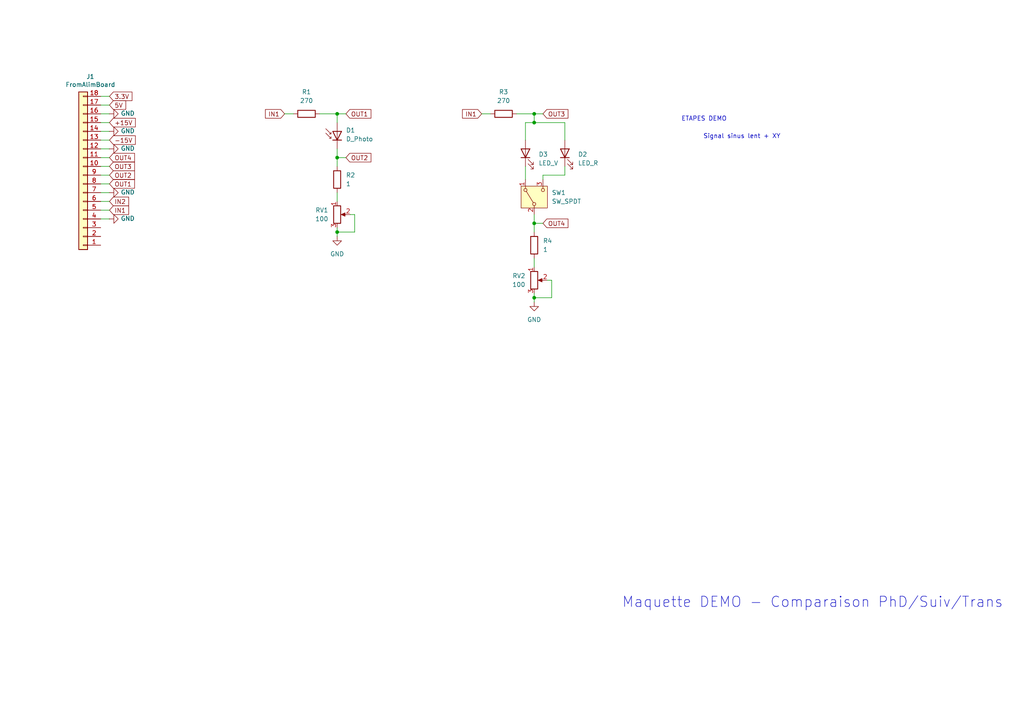
<source format=kicad_sch>
(kicad_sch (version 20231120) (generator "eeschema") (generator_version "8.0")
  (paper "A4")
  (lib_symbols
    (symbol "Connector_Generic:Conn_01x18" (pin_names (offset 1.016) hide)
      (property "Reference" "J" (at 0 22.86 0))
      (property "Value" "Conn_01x18" (at 0 -25.4 0))
      (symbol "Conn_01x18_1_1"
        (rectangle (start -1.27 -22.733) (end 0 -22.987) (stroke (width 0.1524)))
        (rectangle (start -1.27 -20.193) (end 0 -20.447) (stroke (width 0.1524)))
        (rectangle (start -1.27 -17.653) (end 0 -17.907) (stroke (width 0.1524)))
        (rectangle (start -1.27 -15.113) (end 0 -15.367) (stroke (width 0.1524)))
        (rectangle (start -1.27 -12.573) (end 0 -12.827) (stroke (width 0.1524)))
        (rectangle (start -1.27 -10.033) (end 0 -10.287) (stroke (width 0.1524)))
        (rectangle (start -1.27 -7.493) (end 0 -7.747) (stroke (width 0.1524)))
        (rectangle (start -1.27 -4.953) (end 0 -5.207) (stroke (width 0.1524)))
        (rectangle (start -1.27 -2.413) (end 0 -2.667) (stroke (width 0.1524)))
        (rectangle (start -1.27 0.127) (end 0 -0.127) (stroke (width 0.1524)))
        (rectangle (start -1.27 2.667) (end 0 2.413) (stroke (width 0.1524)))
        (rectangle (start -1.27 5.207) (end 0 4.953) (stroke (width 0.1524)))
        (rectangle (start -1.27 7.747) (end 0 7.493) (stroke (width 0.1524)))
        (rectangle (start -1.27 10.287) (end 0 10.033) (stroke (width 0.1524)))
        (rectangle (start -1.27 12.827) (end 0 12.573) (stroke (width 0.1524)))
        (rectangle (start -1.27 15.367) (end 0 15.113) (stroke (width 0.1524)))
        (rectangle (start -1.27 17.907) (end 0 17.653) (stroke (width 0.1524)))
        (rectangle (start -1.27 20.447) (end 0 20.193) (stroke (width 0.1524)))
        (rectangle (start -1.27 21.59) (end 1.27 -24.13) (stroke (width 0.254)) (fill (type background)))
        (pin passive line (at -5.08 20.32 0) (length 3.81) (name "Pin_1") (number "1"))
        (pin passive line (at -5.08 -2.54 0) (length 3.81) (name "Pin_10") (number "10"))
        (pin passive line (at -5.08 -5.08 0) (length 3.81) (name "Pin_11") (number "11"))
        (pin passive line (at -5.08 -7.62 0) (length 3.81) (name "Pin_12") (number "12"))
        (pin passive line (at -5.08 -10.16 0) (length 3.81) (name "Pin_13") (number "13"))
        (pin passive line (at -5.08 -12.7 0) (length 3.81) (name "Pin_14") (number "14"))
        (pin passive line (at -5.08 -15.24 0) (length 3.81) (name "Pin_15") (number "15"))
        (pin passive line (at -5.08 -17.78 0) (length 3.81) (name "Pin_16") (number "16"))
        (pin passive line (at -5.08 -20.32 0) (length 3.81) (name "Pin_17") (number "17"))
        (pin passive line (at -5.08 -22.86 0) (length 3.81) (name "Pin_18") (number "18"))
        (pin passive line (at -5.08 17.78 0) (length 3.81) (name "Pin_2") (number "2"))
        (pin passive line (at -5.08 15.24 0) (length 3.81) (name "Pin_3") (number "3"))
        (pin passive line (at -5.08 12.7 0) (length 3.81) (name "Pin_4") (number "4"))
        (pin passive line (at -5.08 10.16 0) (length 3.81) (name "Pin_5") (number "5"))
        (pin passive line (at -5.08 7.62 0) (length 3.81) (name "Pin_6") (number "6"))
        (pin passive line (at -5.08 5.08 0) (length 3.81) (name "Pin_7") (number "7"))
        (pin passive line (at -5.08 2.54 0) (length 3.81) (name "Pin_8") (number "8"))
        (pin passive line (at -5.08 0 0) (length 3.81) (name "Pin_9") (number "9"))
      )
    )
    (symbol "Device:D_Photo" (pin_numbers hide) (pin_names hide)
      (property "Reference" "D" (at 0.508 1.778 0))
      (property "Value" "D_Photo" (at -1.016 -2.794 0))
      (symbol "D_Photo_0_1"
        (polyline (pts (xy -2.54 1.27) (xy -2.54 -1.27)) (stroke (width 0.254)))
        (polyline (pts (xy -2.032 1.778) (xy -1.524 1.778)))
        (polyline (pts (xy 0 0) (xy -2.54 0)))
        (polyline (pts (xy -0.508 3.302) (xy -2.032 1.778) (xy -2.032 2.286)))
        (polyline (pts (xy 0 -1.27) (xy 0 1.27) (xy -2.54 0) (xy 0 -1.27)) (stroke (width 0.254)))
        (polyline (pts (xy 0.762 3.302) (xy -0.762 1.778) (xy -0.762 2.286) (xy -0.762 1.778) (xy -0.254 1.778)))
      )
      (symbol "D_Photo_1_1"
        (pin passive line (at -5.08 0 0) (length 2.54) (name "K") (number "1"))
        (pin passive line (at 2.54 0 180) (length 2.54) (name "A") (number "2"))
      )
    )
    (symbol "Device:LED" (pin_numbers hide) (pin_names (offset 1.016) hide)
      (property "Reference" "D" (at 0 2.54 0))
      (property "Value" "LED" (at 0 -2.54 0))
      (symbol "LED_0_1"
        (polyline (pts (xy -1.27 -1.27) (xy -1.27 1.27)) (stroke (width 0.254)))
        (polyline (pts (xy -1.27 0) (xy 1.27 0)))
        (polyline (pts (xy 1.27 -1.27) (xy 1.27 1.27) (xy -1.27 0) (xy 1.27 -1.27)) (stroke (width 0.254)))
        (polyline (pts (xy -3.048 -0.762) (xy -4.572 -2.286) (xy -3.81 -2.286) (xy -4.572 -2.286) (xy -4.572 -1.524)))
        (polyline (pts (xy -1.778 -0.762) (xy -3.302 -2.286) (xy -2.54 -2.286) (xy -3.302 -2.286) (xy -3.302 -1.524)))
      )
      (symbol "LED_1_1"
        (pin passive line (at -3.81 0 0) (length 2.54) (name "K") (number "1"))
        (pin passive line (at 3.81 0 180) (length 2.54) (name "A") (number "2"))
      )
    )
    (symbol "Device:R" (pin_numbers hide) (pin_names (offset 0))
      (property "Reference" "R" (at 2.032 0 90))
      (property "Value" "R" (at 0 0 90))
      (symbol "R_0_1"
        (rectangle (start -1.016 -2.54) (end 1.016 2.54) (stroke (width 0.254)))
      )
      (symbol "R_1_1"
        (pin passive line (at 0 3.81 270) (length 1.27) (name "~") (number "1"))
        (pin passive line (at 0 -3.81 90) (length 1.27) (name "~") (number "2"))
      )
    )
    (symbol "Device:R_Potentiometer" (pin_names (offset 1.016) hide)
      (property "Reference" "RV" (at -4.445 0 90))
      (property "Value" "R_Potentiometer" (at -2.54 0 90))
      (symbol "R_Potentiometer_0_1"
        (polyline (pts (xy 2.54 0) (xy 1.524 0)))
        (polyline (pts (xy 1.143 0) (xy 2.286 0.508) (xy 2.286 -0.508) (xy 1.143 0)) (fill (type outline)))
        (rectangle (start 1.016 2.54) (end -1.016 -2.54) (stroke (width 0.254)))
      )
      (symbol "R_Potentiometer_1_1"
        (pin passive line (at 0 3.81 270) (length 1.27) (name "1") (number "1"))
        (pin passive line (at 3.81 0 180) (length 1.27) (name "2") (number "2"))
        (pin passive line (at 0 -3.81 90) (length 1.27) (name "3") (number "3"))
      )
    )
    (symbol "Switch:SW_SPDT" (pin_names (offset 0) hide)
      (property "Reference" "SW" (at 0 5.08 0))
      (property "Value" "SW_SPDT" (at 0 -5.08 0))
      (symbol "SW_SPDT_0_1"
        (circle (center -2.032 0) (radius 0.4572))
        (polyline (pts (xy -1.651 0.254) (xy 1.651 2.286)))
        (circle (center 2.032 -2.54) (radius 0.4572))
        (circle (center 2.032 2.54) (radius 0.4572))
      )
      (symbol "SW_SPDT_1_1"
        (rectangle (start -3.175 3.81) (end 3.175 -3.81) (fill (type background)))
        (pin passive line (at 5.08 2.54 180) (length 2.54) (name "A") (number "1"))
        (pin passive line (at -5.08 0 0) (length 2.54) (name "B") (number "2"))
        (pin passive line (at 5.08 -2.54 180) (length 2.54) (name "C") (number "3"))
      )
    )
    (symbol "power:GND" (power) (pin_numbers hide) (pin_names (offset 0) hide)
      (property "Value" "GND" (at 0 -3.81 0))
      (symbol "GND_0_1"
        (polyline (pts (xy 0 0) (xy 0 -1.27) (xy 1.27 -1.27) (xy 0 -2.54) (xy -1.27 -1.27) (xy 0 -1.27)))
      )
      (symbol "GND_1_1"
        (pin power_in line (at 0 0 270) (length 0) (name "~") (number "1"))
      )
    )
  )
  (junction (at 97.79 67.31))
  (junction (at 97.79 33.02))
  (junction (at 154.94 86.36))
  (junction (at 154.94 35.56))
  (junction (at 154.94 64.77))
  (junction (at 97.79 45.72))
  (junction (at 154.94 33.02))
  (wire (pts (xy 154.94 64.77) (xy 154.94 67.31)))
  (wire (pts (xy 29.21 38.1) (xy 31.75 38.1)))
  (wire (pts (xy 29.21 35.56) (xy 31.75 35.56)))
  (wire (pts (xy 102.87 67.31) (xy 102.87 62.23)))
  (wire (pts (xy 154.94 86.36) (xy 154.94 87.63)))
  (wire (pts (xy 97.79 45.72) (xy 100.33 45.72)))
  (wire (pts (xy 29.21 27.94) (xy 31.75 27.94)))
  (wire (pts (xy 82.55 33.02) (xy 85.09 33.02)))
  (wire (pts (xy 97.79 55.88) (xy 97.79 58.42)))
  (wire (pts (xy 160.02 81.28) (xy 158.75 81.28)))
  (wire (pts (xy 97.79 67.31) (xy 97.79 68.58)))
  (wire (pts (xy 29.21 45.72) (xy 31.75 45.72)))
  (wire (pts (xy 97.79 67.31) (xy 102.87 67.31)))
  (wire (pts (xy 163.83 35.56) (xy 163.83 40.64)))
  (wire (pts (xy 29.21 30.48) (xy 31.75 30.48)))
  (wire (pts (xy 160.02 86.36) (xy 160.02 81.28)))
  (wire (pts (xy 29.21 60.96) (xy 31.75 60.96)))
  (wire (pts (xy 97.79 45.72) (xy 97.79 48.26)))
  (wire (pts (xy 92.71 33.02) (xy 97.79 33.02)))
  (wire (pts (xy 29.21 40.64) (xy 31.75 40.64)))
  (wire (pts (xy 29.21 55.88) (xy 31.75 55.88)))
  (wire (pts (xy 29.21 58.42) (xy 31.75 58.42)))
  (wire (pts (xy 97.79 33.02) (xy 100.33 33.02)))
  (wire (pts (xy 29.21 48.26) (xy 31.75 48.26)))
  (wire (pts (xy 152.4 48.26) (xy 152.4 52.07)))
  (wire (pts (xy 29.21 53.34) (xy 31.75 53.34)))
  (wire (pts (xy 152.4 35.56) (xy 152.4 40.64)))
  (wire (pts (xy 154.94 35.56) (xy 152.4 35.56)))
  (wire (pts (xy 154.94 85.09) (xy 154.94 86.36)))
  (wire (pts (xy 154.94 33.02) (xy 157.48 33.02)))
  (wire (pts (xy 163.83 50.8) (xy 157.48 50.8)))
  (wire (pts (xy 154.94 64.77) (xy 157.48 64.77)))
  (wire (pts (xy 154.94 74.93) (xy 154.94 77.47)))
  (wire (pts (xy 154.94 86.36) (xy 160.02 86.36)))
  (wire (pts (xy 154.94 62.23) (xy 154.94 64.77)))
  (wire (pts (xy 97.79 43.18) (xy 97.79 45.72)))
  (wire (pts (xy 154.94 35.56) (xy 163.83 35.56)))
  (wire (pts (xy 139.7 33.02) (xy 142.24 33.02)))
  (wire (pts (xy 29.21 50.8) (xy 31.75 50.8)))
  (wire (pts (xy 154.94 33.02) (xy 154.94 35.56)))
  (wire (pts (xy 149.86 33.02) (xy 154.94 33.02)))
  (wire (pts (xy 157.48 50.8) (xy 157.48 52.07)))
  (wire (pts (xy 102.87 62.23) (xy 101.6 62.23)))
  (wire (pts (xy 163.83 48.26) (xy 163.83 50.8)))
  (wire (pts (xy 97.79 33.02) (xy 97.79 35.56)))
  (wire (pts (xy 29.21 43.18) (xy 31.75 43.18)))
  (wire (pts (xy 97.79 66.04) (xy 97.79 67.31)))
  (wire (pts (xy 29.21 63.5) (xy 31.75 63.5)))
  (wire (pts (xy 29.21 33.02) (xy 31.75 33.02)))
  (text "ETAPES DEMO" (at 197.612 35.306 0) (effects (font (size 1.27 1.27)) (justify left bottom)))
  (text "Signal sinus lent + XY" (at 203.962 40.386 0) (effects (font (size 1.27 1.27)) (justify left bottom)))
  (text "Maquette DEMO - Comparaison PhD/Suiv/Trans" (at 180.34 176.53 0) (effects (font (size 2.9972 2.9972)) (justify left bottom)))
  (global_label "OUT1" (shape input) (at 31.75 53.34 0) (property "Intersheetrefs" "${INTERSHEET_REFS}" (effects (hide yes))))
  (global_label "OUT3" (shape input) (at 157.48 33.02 0) (property "Intersheetrefs" "${INTERSHEET_REFS}" (effects (hide yes))))
  (global_label "OUT2" (shape input) (at 31.75 50.8 0) (property "Intersheetrefs" "${INTERSHEET_REFS}" (effects (hide yes))))
  (global_label "5V" (shape input) (at 31.75 30.48 0) (property "Intersheetrefs" "${INTERSHEET_REFS}" (effects (hide yes))))
  (global_label "OUT2" (shape input) (at 100.33 45.72 0) (property "Intersheetrefs" "${INTERSHEET_REFS}" (effects (hide yes))))
  (global_label "OUT1" (shape input) (at 100.33 33.02 0) (property "Intersheetrefs" "${INTERSHEET_REFS}" (effects (hide yes))))
  (global_label "OUT4" (shape input) (at 157.48 64.77 0) (property "Intersheetrefs" "${INTERSHEET_REFS}" (effects (hide yes))))
  (global_label "IN1" (shape input) (at 31.75 60.96 0) (property "Intersheetrefs" "${INTERSHEET_REFS}" (effects (hide yes))))
  (global_label "OUT4" (shape input) (at 31.75 45.72 0) (property "Intersheetrefs" "${INTERSHEET_REFS}" (effects (hide yes))))
  (global_label "IN1" (shape input) (at 82.55 33.02 180) (property "Intersheetrefs" "${INTERSHEET_REFS}" (effects (hide yes))))
  (global_label "-15V" (shape input) (at 31.75 40.64 0) (property "Intersheetrefs" "${INTERSHEET_REFS}" (effects (hide yes))))
  (global_label "OUT3" (shape input) (at 31.75 48.26 0) (property "Intersheetrefs" "${INTERSHEET_REFS}" (effects (hide yes))))
  (global_label "IN1" (shape input) (at 139.7 33.02 180) (property "Intersheetrefs" "${INTERSHEET_REFS}" (effects (hide yes))))
  (global_label "+15V" (shape input) (at 31.75 35.56 0) (property "Intersheetrefs" "${INTERSHEET_REFS}" (effects (hide yes))))
  (global_label "3.3V" (shape input) (at 31.75 27.94 0) (property "Intersheetrefs" "${INTERSHEET_REFS}" (effects (hide yes))))
  (global_label "IN2" (shape input) (at 31.75 58.42 0) (property "Intersheetrefs" "${INTERSHEET_REFS}" (effects (hide yes))))
  (symbol (lib_id "Connector_Generic:Conn_01x18") (at 24.13 50.8 180) (unit 1)
    (property "Reference" "J1" (at 26.2128 22.225 0))
    (property "Value" "FromAlimBoard" (at 26.2128 24.5364 0))
    (property "Footprint" "Connector_PinHeader_2.54mm:PinHeader_1x18_P2.54mm_Horizontal" (effects (hide yes)))
  )
  (symbol (lib_id "power:GND") (at 31.75 38.1 90) (unit 1)
    (property "Reference" "#PWR02" (effects (hide yes)))
    (property "Value" "GND" (at 35.0012 37.973 90) (effects (justify right)))
  )
  (symbol (lib_id "power:GND") (at 31.75 33.02 90) (unit 1)
    (property "Reference" "#PWR01" (effects (hide yes)))
    (property "Value" "GND" (at 35.0012 32.893 90) (effects (justify right)))
  )
  (symbol (lib_id "power:GND") (at 31.75 43.18 90) (unit 1)
    (property "Reference" "#PWR03" (effects (hide yes)))
    (property "Value" "GND" (at 35.0012 43.053 90) (effects (justify right)))
  )
  (symbol (lib_id "power:GND") (at 31.75 55.88 90) (unit 1)
    (property "Reference" "#PWR04" (effects (hide yes)))
    (property "Value" "GND" (at 35.0012 55.753 90) (effects (justify right)))
  )
  (symbol (lib_id "power:GND") (at 31.75 63.5 90) (unit 1)
    (property "Reference" "#PWR05" (effects (hide yes)))
    (property "Value" "GND" (at 35.0012 63.373 90) (effects (justify right)))
  )
  (symbol (lib_id "Device:LED") (at 152.4 44.45 90) (unit 1)
    (property "Reference" "D3" (at 156.21 44.7674 90) (effects (justify right)))
    (property "Value" "LED_V" (at 156.21 47.3074 90) (effects (justify right)))
    (property "Footprint" "LED_THT:LED_D5.0mm_Clear" (effects (hide yes)))
    (property "Description" "Light emitting diode" (effects (hide yes)))
  )
  (symbol (lib_id "Device:R") (at 146.05 33.02 90) (unit 1)
    (property "Reference" "R3" (at 146.05 26.67 90))
    (property "Value" "270" (at 146.05 29.21 90))
    (property "Footprint" "Resistor_THT:R_Axial_DIN0207_L6.3mm_D2.5mm_P10.16mm_Horizontal" (effects (hide yes)))
    (property "Description" "Resistor" (effects (hide yes)))
  )
  (symbol (lib_id "Device:R") (at 154.94 71.12 180) (unit 1)
    (property "Reference" "R4" (at 157.48 69.8499 0) (effects (justify right)))
    (property "Value" "1" (at 157.48 72.3899 0) (effects (justify right)))
    (property "Footprint" "Resistor_THT:R_Axial_DIN0207_L6.3mm_D2.5mm_P10.16mm_Horizontal" (effects (hide yes)))
    (property "Description" "Resistor" (effects (hide yes)))
  )
  (symbol (lib_id "Device:R_Potentiometer") (at 97.79 62.23 0) (unit 1)
    (property "Reference" "RV1" (at 95.25 60.9599 0) (effects (justify right)))
    (property "Value" "100" (at 95.25 63.4999 0) (effects (justify right)))
    (property "Footprint" "Potentiometer_THT:Potentiometer_Vishay_T73YP_Vertical" (effects (hide yes)))
    (property "Description" "Potentiometer" (effects (hide yes)))
  )
  (symbol (lib_id "Device:D_Photo") (at 97.79 38.1 90) (unit 1)
    (property "Reference" "D1" (at 100.33 37.7824 90) (effects (justify right)))
    (property "Value" "D_Photo" (at 100.33 40.3224 90) (effects (justify right)))
    (property "Footprint" "OptoDevice:Osram_SFH205" (effects (hide yes)))
    (property "Description" "Photodiode" (effects (hide yes)))
  )
  (symbol (lib_id "Device:R") (at 97.79 52.07 180) (unit 1)
    (property "Reference" "R2" (at 100.33 50.7999 0) (effects (justify right)))
    (property "Value" "1" (at 100.33 53.3399 0) (effects (justify right)))
    (property "Footprint" "Resistor_THT:R_Axial_DIN0207_L6.3mm_D2.5mm_P10.16mm_Horizontal" (effects (hide yes)))
    (property "Description" "Resistor" (effects (hide yes)))
  )
  (symbol (lib_id "Device:R_Potentiometer") (at 154.94 81.28 0) (unit 1)
    (property "Reference" "RV2" (at 152.4 80.0099 0) (effects (justify right)))
    (property "Value" "100" (at 152.4 82.5499 0) (effects (justify right)))
    (property "Footprint" "Potentiometer_THT:Potentiometer_Vishay_T73YP_Vertical" (effects (hide yes)))
    (property "Description" "Potentiometer" (effects (hide yes)))
  )
  (symbol (lib_id "Device:LED") (at 163.83 44.45 90) (unit 1)
    (property "Reference" "D2" (at 167.64 44.7674 90) (effects (justify right)))
    (property "Value" "LED_R" (at 167.64 47.3074 90) (effects (justify right)))
    (property "Footprint" "LED_THT:LED_D5.0mm_Clear" (effects (hide yes)))
    (property "Description" "Light emitting diode" (effects (hide yes)))
  )
  (symbol (lib_id "power:GND") (at 154.94 87.63 0) (unit 1)
    (property "Reference" "#PWR07" (effects (hide yes)))
    (property "Value" "GND" (at 154.94 92.71 0))
    (property "Description" "Power symbol creates a global label with name \"GND\" , ground" (effects (hide yes)))
  )
  (symbol (lib_id "Device:R") (at 88.9 33.02 90) (unit 1)
    (property "Reference" "R1" (at 88.9 26.67 90))
    (property "Value" "270" (at 88.9 29.21 90))
    (property "Footprint" "Resistor_THT:R_Axial_DIN0207_L6.3mm_D2.5mm_P10.16mm_Horizontal" (effects (hide yes)))
    (property "Description" "Resistor" (effects (hide yes)))
  )
  (symbol (lib_id "power:GND") (at 97.79 68.58 0) (unit 1)
    (property "Reference" "#PWR06" (effects (hide yes)))
    (property "Value" "GND" (at 97.79 73.66 0))
    (property "Description" "Power symbol creates a global label with name \"GND\" , ground" (effects (hide yes)))
  )
  (symbol (lib_id "Switch:SW_SPDT") (at 154.94 57.15 90) (unit 1)
    (property "Reference" "SW1" (at 160.02 55.8799 90) (effects (justify right)))
    (property "Value" "SW_SPDT" (at 160.02 58.4199 90) (effects (justify right)))
    (property "Footprint" "LEnsE_devices:Inter_SPDT" (effects (hide yes)))
    (property "Description" "Switch, single pole double throw" (effects (hide yes)))
  )
)
</source>
